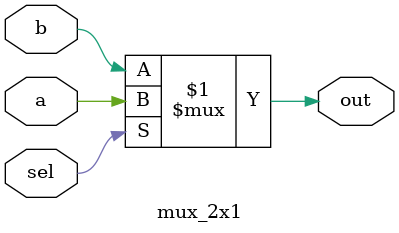
<source format=sv>

module mux_2x1 (
    input a,b,sel,
    output out
);
    assign out = sel ? a:b;
    
endmodule

</source>
